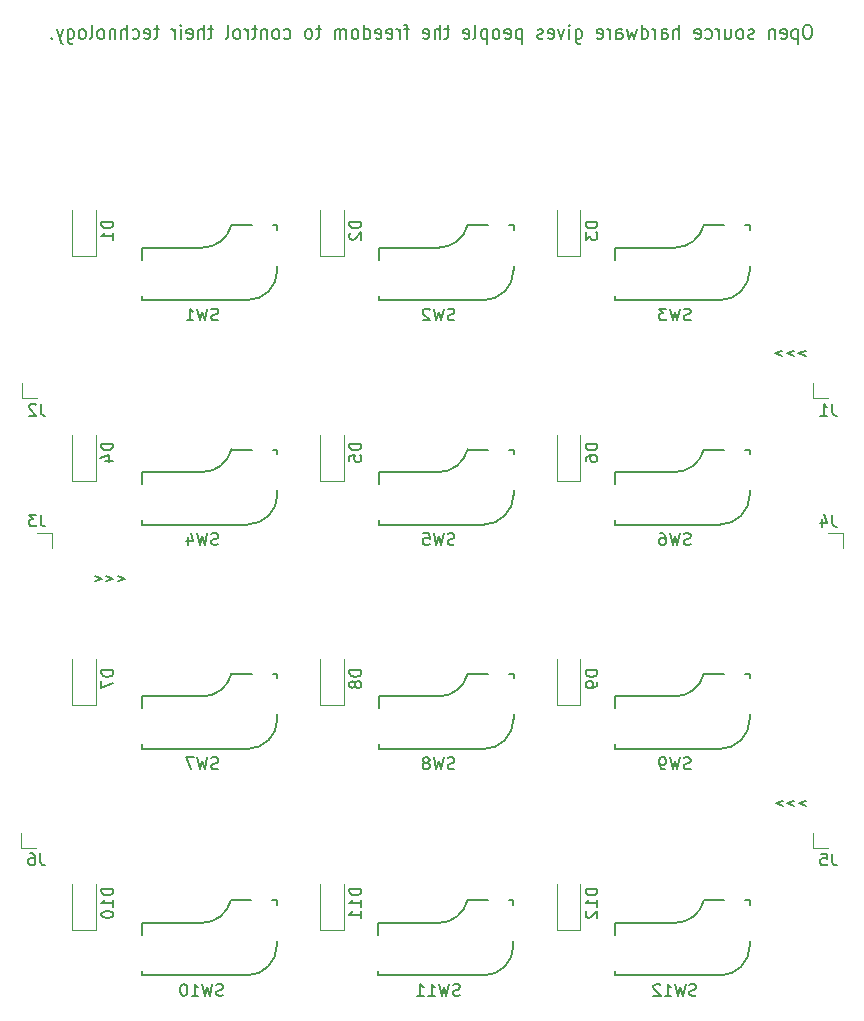
<source format=gbo>
G04 #@! TF.GenerationSoftware,KiCad,Pcbnew,(6.0.7)*
G04 #@! TF.CreationDate,2023-07-18T19:21:52+02:00*
G04 #@! TF.ProjectId,anavi-macro-pad-12,616e6176-692d-46d6-9163-726f2d706164,1.0*
G04 #@! TF.SameCoordinates,Original*
G04 #@! TF.FileFunction,Legend,Bot*
G04 #@! TF.FilePolarity,Positive*
%FSLAX46Y46*%
G04 Gerber Fmt 4.6, Leading zero omitted, Abs format (unit mm)*
G04 Created by KiCad (PCBNEW (6.0.7)) date 2023-07-18 19:21:52*
%MOMM*%
%LPD*%
G01*
G04 APERTURE LIST*
%ADD10C,0.150000*%
%ADD11C,0.120000*%
G04 APERTURE END LIST*
D10*
X57784914Y-100361771D02*
X58394438Y-100590342D01*
X57784914Y-100818914D01*
X56794438Y-100361771D02*
X57403961Y-100590342D01*
X56794438Y-100818914D01*
X55803961Y-100361771D02*
X56413485Y-100590342D01*
X55803961Y-100818914D01*
X114071485Y-119856228D02*
X113461961Y-119627657D01*
X114071485Y-119399085D01*
X115061961Y-119856228D02*
X114452438Y-119627657D01*
X115061961Y-119399085D01*
X116052438Y-119856228D02*
X115442914Y-119627657D01*
X116052438Y-119399085D01*
X114020685Y-81756228D02*
X113411161Y-81527657D01*
X114020685Y-81299085D01*
X115011161Y-81756228D02*
X114401638Y-81527657D01*
X115011161Y-81299085D01*
X116001638Y-81756228D02*
X115392114Y-81527657D01*
X116001638Y-81299085D01*
X116280380Y-53698857D02*
X116070857Y-53698857D01*
X115966095Y-53756000D01*
X115861333Y-53870285D01*
X115808952Y-54098857D01*
X115808952Y-54498857D01*
X115861333Y-54727428D01*
X115966095Y-54841714D01*
X116070857Y-54898857D01*
X116280380Y-54898857D01*
X116385142Y-54841714D01*
X116489904Y-54727428D01*
X116542285Y-54498857D01*
X116542285Y-54098857D01*
X116489904Y-53870285D01*
X116385142Y-53756000D01*
X116280380Y-53698857D01*
X115337523Y-54098857D02*
X115337523Y-55298857D01*
X115337523Y-54156000D02*
X115232761Y-54098857D01*
X115023238Y-54098857D01*
X114918476Y-54156000D01*
X114866095Y-54213142D01*
X114813714Y-54327428D01*
X114813714Y-54670285D01*
X114866095Y-54784571D01*
X114918476Y-54841714D01*
X115023238Y-54898857D01*
X115232761Y-54898857D01*
X115337523Y-54841714D01*
X113923238Y-54841714D02*
X114027999Y-54898857D01*
X114237523Y-54898857D01*
X114342285Y-54841714D01*
X114394666Y-54727428D01*
X114394666Y-54270285D01*
X114342285Y-54156000D01*
X114237523Y-54098857D01*
X114027999Y-54098857D01*
X113923238Y-54156000D01*
X113870857Y-54270285D01*
X113870857Y-54384571D01*
X114394666Y-54498857D01*
X113399428Y-54098857D02*
X113399428Y-54898857D01*
X113399428Y-54213142D02*
X113347047Y-54156000D01*
X113242285Y-54098857D01*
X113085142Y-54098857D01*
X112980380Y-54156000D01*
X112927999Y-54270285D01*
X112927999Y-54898857D01*
X111618476Y-54841714D02*
X111513714Y-54898857D01*
X111304190Y-54898857D01*
X111199428Y-54841714D01*
X111147047Y-54727428D01*
X111147047Y-54670285D01*
X111199428Y-54556000D01*
X111304190Y-54498857D01*
X111461333Y-54498857D01*
X111566095Y-54441714D01*
X111618476Y-54327428D01*
X111618476Y-54270285D01*
X111566095Y-54156000D01*
X111461333Y-54098857D01*
X111304190Y-54098857D01*
X111199428Y-54156000D01*
X110518476Y-54898857D02*
X110623238Y-54841714D01*
X110675619Y-54784571D01*
X110727999Y-54670285D01*
X110727999Y-54327428D01*
X110675619Y-54213142D01*
X110623238Y-54156000D01*
X110518476Y-54098857D01*
X110361333Y-54098857D01*
X110256571Y-54156000D01*
X110204190Y-54213142D01*
X110151809Y-54327428D01*
X110151809Y-54670285D01*
X110204190Y-54784571D01*
X110256571Y-54841714D01*
X110361333Y-54898857D01*
X110518476Y-54898857D01*
X109208952Y-54098857D02*
X109208952Y-54898857D01*
X109680380Y-54098857D02*
X109680380Y-54727428D01*
X109627999Y-54841714D01*
X109523238Y-54898857D01*
X109366095Y-54898857D01*
X109261333Y-54841714D01*
X109208952Y-54784571D01*
X108685142Y-54898857D02*
X108685142Y-54098857D01*
X108685142Y-54327428D02*
X108632761Y-54213142D01*
X108580380Y-54156000D01*
X108475619Y-54098857D01*
X108370857Y-54098857D01*
X107532761Y-54841714D02*
X107637523Y-54898857D01*
X107847047Y-54898857D01*
X107951809Y-54841714D01*
X108004190Y-54784571D01*
X108056571Y-54670285D01*
X108056571Y-54327428D01*
X108004190Y-54213142D01*
X107951809Y-54156000D01*
X107847047Y-54098857D01*
X107637523Y-54098857D01*
X107532761Y-54156000D01*
X106642285Y-54841714D02*
X106747047Y-54898857D01*
X106956571Y-54898857D01*
X107061333Y-54841714D01*
X107113714Y-54727428D01*
X107113714Y-54270285D01*
X107061333Y-54156000D01*
X106956571Y-54098857D01*
X106747047Y-54098857D01*
X106642285Y-54156000D01*
X106589904Y-54270285D01*
X106589904Y-54384571D01*
X107113714Y-54498857D01*
X105280380Y-54898857D02*
X105280380Y-53698857D01*
X104808952Y-54898857D02*
X104808952Y-54270285D01*
X104861333Y-54156000D01*
X104966095Y-54098857D01*
X105123238Y-54098857D01*
X105227999Y-54156000D01*
X105280380Y-54213142D01*
X103813714Y-54898857D02*
X103813714Y-54270285D01*
X103866095Y-54156000D01*
X103970857Y-54098857D01*
X104180380Y-54098857D01*
X104285142Y-54156000D01*
X103813714Y-54841714D02*
X103918476Y-54898857D01*
X104180380Y-54898857D01*
X104285142Y-54841714D01*
X104337523Y-54727428D01*
X104337523Y-54613142D01*
X104285142Y-54498857D01*
X104180380Y-54441714D01*
X103918476Y-54441714D01*
X103813714Y-54384571D01*
X103289904Y-54898857D02*
X103289904Y-54098857D01*
X103289904Y-54327428D02*
X103237523Y-54213142D01*
X103185142Y-54156000D01*
X103080380Y-54098857D01*
X102975619Y-54098857D01*
X102137523Y-54898857D02*
X102137523Y-53698857D01*
X102137523Y-54841714D02*
X102242285Y-54898857D01*
X102451809Y-54898857D01*
X102556571Y-54841714D01*
X102608952Y-54784571D01*
X102661333Y-54670285D01*
X102661333Y-54327428D01*
X102608952Y-54213142D01*
X102556571Y-54156000D01*
X102451809Y-54098857D01*
X102242285Y-54098857D01*
X102137523Y-54156000D01*
X101718476Y-54098857D02*
X101508952Y-54898857D01*
X101299428Y-54327428D01*
X101089904Y-54898857D01*
X100880380Y-54098857D01*
X99989904Y-54898857D02*
X99989904Y-54270285D01*
X100042285Y-54156000D01*
X100147047Y-54098857D01*
X100356571Y-54098857D01*
X100461333Y-54156000D01*
X99989904Y-54841714D02*
X100094666Y-54898857D01*
X100356571Y-54898857D01*
X100461333Y-54841714D01*
X100513714Y-54727428D01*
X100513714Y-54613142D01*
X100461333Y-54498857D01*
X100356571Y-54441714D01*
X100094666Y-54441714D01*
X99989904Y-54384571D01*
X99466095Y-54898857D02*
X99466095Y-54098857D01*
X99466095Y-54327428D02*
X99413714Y-54213142D01*
X99361333Y-54156000D01*
X99256571Y-54098857D01*
X99151809Y-54098857D01*
X98366095Y-54841714D02*
X98470857Y-54898857D01*
X98680380Y-54898857D01*
X98785142Y-54841714D01*
X98837523Y-54727428D01*
X98837523Y-54270285D01*
X98785142Y-54156000D01*
X98680380Y-54098857D01*
X98470857Y-54098857D01*
X98366095Y-54156000D01*
X98313714Y-54270285D01*
X98313714Y-54384571D01*
X98837523Y-54498857D01*
X96532761Y-54098857D02*
X96532761Y-55070285D01*
X96585142Y-55184571D01*
X96637523Y-55241714D01*
X96742285Y-55298857D01*
X96899428Y-55298857D01*
X97004190Y-55241714D01*
X96532761Y-54841714D02*
X96637523Y-54898857D01*
X96847047Y-54898857D01*
X96951809Y-54841714D01*
X97004190Y-54784571D01*
X97056571Y-54670285D01*
X97056571Y-54327428D01*
X97004190Y-54213142D01*
X96951809Y-54156000D01*
X96847047Y-54098857D01*
X96637523Y-54098857D01*
X96532761Y-54156000D01*
X96008952Y-54898857D02*
X96008952Y-54098857D01*
X96008952Y-53698857D02*
X96061333Y-53756000D01*
X96008952Y-53813142D01*
X95956571Y-53756000D01*
X96008952Y-53698857D01*
X96008952Y-53813142D01*
X95589904Y-54098857D02*
X95327999Y-54898857D01*
X95066095Y-54098857D01*
X94227999Y-54841714D02*
X94332761Y-54898857D01*
X94542285Y-54898857D01*
X94647047Y-54841714D01*
X94699428Y-54727428D01*
X94699428Y-54270285D01*
X94647047Y-54156000D01*
X94542285Y-54098857D01*
X94332761Y-54098857D01*
X94227999Y-54156000D01*
X94175619Y-54270285D01*
X94175619Y-54384571D01*
X94699428Y-54498857D01*
X93756571Y-54841714D02*
X93651809Y-54898857D01*
X93442285Y-54898857D01*
X93337523Y-54841714D01*
X93285142Y-54727428D01*
X93285142Y-54670285D01*
X93337523Y-54556000D01*
X93442285Y-54498857D01*
X93599428Y-54498857D01*
X93704190Y-54441714D01*
X93756571Y-54327428D01*
X93756571Y-54270285D01*
X93704190Y-54156000D01*
X93599428Y-54098857D01*
X93442285Y-54098857D01*
X93337523Y-54156000D01*
X91975619Y-54098857D02*
X91975619Y-55298857D01*
X91975619Y-54156000D02*
X91870857Y-54098857D01*
X91661333Y-54098857D01*
X91556571Y-54156000D01*
X91504190Y-54213142D01*
X91451809Y-54327428D01*
X91451809Y-54670285D01*
X91504190Y-54784571D01*
X91556571Y-54841714D01*
X91661333Y-54898857D01*
X91870857Y-54898857D01*
X91975619Y-54841714D01*
X90561333Y-54841714D02*
X90666095Y-54898857D01*
X90875619Y-54898857D01*
X90980380Y-54841714D01*
X91032761Y-54727428D01*
X91032761Y-54270285D01*
X90980380Y-54156000D01*
X90875619Y-54098857D01*
X90666095Y-54098857D01*
X90561333Y-54156000D01*
X90508952Y-54270285D01*
X90508952Y-54384571D01*
X91032761Y-54498857D01*
X89880380Y-54898857D02*
X89985142Y-54841714D01*
X90037523Y-54784571D01*
X90089904Y-54670285D01*
X90089904Y-54327428D01*
X90037523Y-54213142D01*
X89985142Y-54156000D01*
X89880380Y-54098857D01*
X89723238Y-54098857D01*
X89618476Y-54156000D01*
X89566095Y-54213142D01*
X89513714Y-54327428D01*
X89513714Y-54670285D01*
X89566095Y-54784571D01*
X89618476Y-54841714D01*
X89723238Y-54898857D01*
X89880380Y-54898857D01*
X89042285Y-54098857D02*
X89042285Y-55298857D01*
X89042285Y-54156000D02*
X88937523Y-54098857D01*
X88727999Y-54098857D01*
X88623238Y-54156000D01*
X88570857Y-54213142D01*
X88518476Y-54327428D01*
X88518476Y-54670285D01*
X88570857Y-54784571D01*
X88623238Y-54841714D01*
X88727999Y-54898857D01*
X88937523Y-54898857D01*
X89042285Y-54841714D01*
X87889904Y-54898857D02*
X87994666Y-54841714D01*
X88047047Y-54727428D01*
X88047047Y-53698857D01*
X87051809Y-54841714D02*
X87156571Y-54898857D01*
X87366095Y-54898857D01*
X87470857Y-54841714D01*
X87523238Y-54727428D01*
X87523238Y-54270285D01*
X87470857Y-54156000D01*
X87366095Y-54098857D01*
X87156571Y-54098857D01*
X87051809Y-54156000D01*
X86999428Y-54270285D01*
X86999428Y-54384571D01*
X87523238Y-54498857D01*
X85847047Y-54098857D02*
X85427999Y-54098857D01*
X85689904Y-53698857D02*
X85689904Y-54727428D01*
X85637523Y-54841714D01*
X85532761Y-54898857D01*
X85427999Y-54898857D01*
X85061333Y-54898857D02*
X85061333Y-53698857D01*
X84589904Y-54898857D02*
X84589904Y-54270285D01*
X84642285Y-54156000D01*
X84747047Y-54098857D01*
X84904190Y-54098857D01*
X85008952Y-54156000D01*
X85061333Y-54213142D01*
X83647047Y-54841714D02*
X83751809Y-54898857D01*
X83961333Y-54898857D01*
X84066095Y-54841714D01*
X84118476Y-54727428D01*
X84118476Y-54270285D01*
X84066095Y-54156000D01*
X83961333Y-54098857D01*
X83751809Y-54098857D01*
X83647047Y-54156000D01*
X83594666Y-54270285D01*
X83594666Y-54384571D01*
X84118476Y-54498857D01*
X82442285Y-54098857D02*
X82023238Y-54098857D01*
X82285142Y-54898857D02*
X82285142Y-53870285D01*
X82232761Y-53756000D01*
X82127999Y-53698857D01*
X82023238Y-53698857D01*
X81656571Y-54898857D02*
X81656571Y-54098857D01*
X81656571Y-54327428D02*
X81604190Y-54213142D01*
X81551809Y-54156000D01*
X81447047Y-54098857D01*
X81342285Y-54098857D01*
X80556571Y-54841714D02*
X80661333Y-54898857D01*
X80870857Y-54898857D01*
X80975619Y-54841714D01*
X81027999Y-54727428D01*
X81027999Y-54270285D01*
X80975619Y-54156000D01*
X80870857Y-54098857D01*
X80661333Y-54098857D01*
X80556571Y-54156000D01*
X80504190Y-54270285D01*
X80504190Y-54384571D01*
X81027999Y-54498857D01*
X79613714Y-54841714D02*
X79718476Y-54898857D01*
X79927999Y-54898857D01*
X80032761Y-54841714D01*
X80085142Y-54727428D01*
X80085142Y-54270285D01*
X80032761Y-54156000D01*
X79927999Y-54098857D01*
X79718476Y-54098857D01*
X79613714Y-54156000D01*
X79561333Y-54270285D01*
X79561333Y-54384571D01*
X80085142Y-54498857D01*
X78618476Y-54898857D02*
X78618476Y-53698857D01*
X78618476Y-54841714D02*
X78723238Y-54898857D01*
X78932761Y-54898857D01*
X79037523Y-54841714D01*
X79089904Y-54784571D01*
X79142285Y-54670285D01*
X79142285Y-54327428D01*
X79089904Y-54213142D01*
X79037523Y-54156000D01*
X78932761Y-54098857D01*
X78723238Y-54098857D01*
X78618476Y-54156000D01*
X77937523Y-54898857D02*
X78042285Y-54841714D01*
X78094666Y-54784571D01*
X78147047Y-54670285D01*
X78147047Y-54327428D01*
X78094666Y-54213142D01*
X78042285Y-54156000D01*
X77937523Y-54098857D01*
X77780380Y-54098857D01*
X77675619Y-54156000D01*
X77623238Y-54213142D01*
X77570857Y-54327428D01*
X77570857Y-54670285D01*
X77623238Y-54784571D01*
X77675619Y-54841714D01*
X77780380Y-54898857D01*
X77937523Y-54898857D01*
X77099428Y-54898857D02*
X77099428Y-54098857D01*
X77099428Y-54213142D02*
X77047047Y-54156000D01*
X76942285Y-54098857D01*
X76785142Y-54098857D01*
X76680380Y-54156000D01*
X76627999Y-54270285D01*
X76627999Y-54898857D01*
X76627999Y-54270285D02*
X76575619Y-54156000D01*
X76470857Y-54098857D01*
X76313714Y-54098857D01*
X76208952Y-54156000D01*
X76156571Y-54270285D01*
X76156571Y-54898857D01*
X74951809Y-54098857D02*
X74532761Y-54098857D01*
X74794666Y-53698857D02*
X74794666Y-54727428D01*
X74742285Y-54841714D01*
X74637523Y-54898857D01*
X74532761Y-54898857D01*
X74008952Y-54898857D02*
X74113714Y-54841714D01*
X74166095Y-54784571D01*
X74218476Y-54670285D01*
X74218476Y-54327428D01*
X74166095Y-54213142D01*
X74113714Y-54156000D01*
X74008952Y-54098857D01*
X73851809Y-54098857D01*
X73747047Y-54156000D01*
X73694666Y-54213142D01*
X73642285Y-54327428D01*
X73642285Y-54670285D01*
X73694666Y-54784571D01*
X73747047Y-54841714D01*
X73851809Y-54898857D01*
X74008952Y-54898857D01*
X71861333Y-54841714D02*
X71966095Y-54898857D01*
X72175619Y-54898857D01*
X72280380Y-54841714D01*
X72332761Y-54784571D01*
X72385142Y-54670285D01*
X72385142Y-54327428D01*
X72332761Y-54213142D01*
X72280380Y-54156000D01*
X72175619Y-54098857D01*
X71966095Y-54098857D01*
X71861333Y-54156000D01*
X71232761Y-54898857D02*
X71337523Y-54841714D01*
X71389904Y-54784571D01*
X71442285Y-54670285D01*
X71442285Y-54327428D01*
X71389904Y-54213142D01*
X71337523Y-54156000D01*
X71232761Y-54098857D01*
X71075619Y-54098857D01*
X70970857Y-54156000D01*
X70918476Y-54213142D01*
X70866095Y-54327428D01*
X70866095Y-54670285D01*
X70918476Y-54784571D01*
X70970857Y-54841714D01*
X71075619Y-54898857D01*
X71232761Y-54898857D01*
X70394666Y-54098857D02*
X70394666Y-54898857D01*
X70394666Y-54213142D02*
X70342285Y-54156000D01*
X70237523Y-54098857D01*
X70080380Y-54098857D01*
X69975619Y-54156000D01*
X69923238Y-54270285D01*
X69923238Y-54898857D01*
X69556571Y-54098857D02*
X69137523Y-54098857D01*
X69399428Y-53698857D02*
X69399428Y-54727428D01*
X69347047Y-54841714D01*
X69242285Y-54898857D01*
X69137523Y-54898857D01*
X68770857Y-54898857D02*
X68770857Y-54098857D01*
X68770857Y-54327428D02*
X68718476Y-54213142D01*
X68666095Y-54156000D01*
X68561333Y-54098857D01*
X68456571Y-54098857D01*
X67932761Y-54898857D02*
X68037523Y-54841714D01*
X68089904Y-54784571D01*
X68142285Y-54670285D01*
X68142285Y-54327428D01*
X68089904Y-54213142D01*
X68037523Y-54156000D01*
X67932761Y-54098857D01*
X67775619Y-54098857D01*
X67670857Y-54156000D01*
X67618476Y-54213142D01*
X67566095Y-54327428D01*
X67566095Y-54670285D01*
X67618476Y-54784571D01*
X67670857Y-54841714D01*
X67775619Y-54898857D01*
X67932761Y-54898857D01*
X66937523Y-54898857D02*
X67042285Y-54841714D01*
X67094666Y-54727428D01*
X67094666Y-53698857D01*
X65837523Y-54098857D02*
X65418476Y-54098857D01*
X65680380Y-53698857D02*
X65680380Y-54727428D01*
X65627999Y-54841714D01*
X65523238Y-54898857D01*
X65418476Y-54898857D01*
X65051809Y-54898857D02*
X65051809Y-53698857D01*
X64580380Y-54898857D02*
X64580380Y-54270285D01*
X64632761Y-54156000D01*
X64737523Y-54098857D01*
X64894666Y-54098857D01*
X64999428Y-54156000D01*
X65051809Y-54213142D01*
X63637523Y-54841714D02*
X63742285Y-54898857D01*
X63951809Y-54898857D01*
X64056571Y-54841714D01*
X64108952Y-54727428D01*
X64108952Y-54270285D01*
X64056571Y-54156000D01*
X63951809Y-54098857D01*
X63742285Y-54098857D01*
X63637523Y-54156000D01*
X63585142Y-54270285D01*
X63585142Y-54384571D01*
X64108952Y-54498857D01*
X63113714Y-54898857D02*
X63113714Y-54098857D01*
X63113714Y-53698857D02*
X63166095Y-53756000D01*
X63113714Y-53813142D01*
X63061333Y-53756000D01*
X63113714Y-53698857D01*
X63113714Y-53813142D01*
X62589904Y-54898857D02*
X62589904Y-54098857D01*
X62589904Y-54327428D02*
X62537523Y-54213142D01*
X62485142Y-54156000D01*
X62380380Y-54098857D01*
X62275619Y-54098857D01*
X61227999Y-54098857D02*
X60808952Y-54098857D01*
X61070857Y-53698857D02*
X61070857Y-54727428D01*
X61018476Y-54841714D01*
X60913714Y-54898857D01*
X60808952Y-54898857D01*
X60023238Y-54841714D02*
X60127999Y-54898857D01*
X60337523Y-54898857D01*
X60442285Y-54841714D01*
X60494666Y-54727428D01*
X60494666Y-54270285D01*
X60442285Y-54156000D01*
X60337523Y-54098857D01*
X60127999Y-54098857D01*
X60023238Y-54156000D01*
X59970857Y-54270285D01*
X59970857Y-54384571D01*
X60494666Y-54498857D01*
X59027999Y-54841714D02*
X59132761Y-54898857D01*
X59342285Y-54898857D01*
X59447047Y-54841714D01*
X59499428Y-54784571D01*
X59551809Y-54670285D01*
X59551809Y-54327428D01*
X59499428Y-54213142D01*
X59447047Y-54156000D01*
X59342285Y-54098857D01*
X59132761Y-54098857D01*
X59027999Y-54156000D01*
X58556571Y-54898857D02*
X58556571Y-53698857D01*
X58085142Y-54898857D02*
X58085142Y-54270285D01*
X58137523Y-54156000D01*
X58242285Y-54098857D01*
X58399428Y-54098857D01*
X58504190Y-54156000D01*
X58556571Y-54213142D01*
X57561333Y-54098857D02*
X57561333Y-54898857D01*
X57561333Y-54213142D02*
X57508952Y-54156000D01*
X57404190Y-54098857D01*
X57247047Y-54098857D01*
X57142285Y-54156000D01*
X57089904Y-54270285D01*
X57089904Y-54898857D01*
X56408952Y-54898857D02*
X56513714Y-54841714D01*
X56566095Y-54784571D01*
X56618476Y-54670285D01*
X56618476Y-54327428D01*
X56566095Y-54213142D01*
X56513714Y-54156000D01*
X56408952Y-54098857D01*
X56251809Y-54098857D01*
X56147047Y-54156000D01*
X56094666Y-54213142D01*
X56042285Y-54327428D01*
X56042285Y-54670285D01*
X56094666Y-54784571D01*
X56147047Y-54841714D01*
X56251809Y-54898857D01*
X56408952Y-54898857D01*
X55413714Y-54898857D02*
X55518476Y-54841714D01*
X55570857Y-54727428D01*
X55570857Y-53698857D01*
X54837523Y-54898857D02*
X54942285Y-54841714D01*
X54994666Y-54784571D01*
X55047047Y-54670285D01*
X55047047Y-54327428D01*
X54994666Y-54213142D01*
X54942285Y-54156000D01*
X54837523Y-54098857D01*
X54680380Y-54098857D01*
X54575619Y-54156000D01*
X54523238Y-54213142D01*
X54470857Y-54327428D01*
X54470857Y-54670285D01*
X54523238Y-54784571D01*
X54575619Y-54841714D01*
X54680380Y-54898857D01*
X54837523Y-54898857D01*
X53527999Y-54098857D02*
X53527999Y-55070285D01*
X53580380Y-55184571D01*
X53632761Y-55241714D01*
X53737523Y-55298857D01*
X53894666Y-55298857D01*
X53999428Y-55241714D01*
X53527999Y-54841714D02*
X53632761Y-54898857D01*
X53842285Y-54898857D01*
X53947047Y-54841714D01*
X53999428Y-54784571D01*
X54051809Y-54670285D01*
X54051809Y-54327428D01*
X53999428Y-54213142D01*
X53947047Y-54156000D01*
X53842285Y-54098857D01*
X53632761Y-54098857D01*
X53527999Y-54156000D01*
X53108952Y-54098857D02*
X52847047Y-54898857D01*
X52585142Y-54098857D02*
X52847047Y-54898857D01*
X52951809Y-55184571D01*
X53004190Y-55241714D01*
X53108952Y-55298857D01*
X52166095Y-54784571D02*
X52113714Y-54841714D01*
X52166095Y-54898857D01*
X52218476Y-54841714D01*
X52166095Y-54784571D01*
X52166095Y-54898857D01*
X66266599Y-78692627D02*
X66123742Y-78740246D01*
X65885646Y-78740246D01*
X65790408Y-78692627D01*
X65742789Y-78645008D01*
X65695170Y-78549770D01*
X65695170Y-78454532D01*
X65742789Y-78359294D01*
X65790408Y-78311675D01*
X65885646Y-78264056D01*
X66076123Y-78216437D01*
X66171361Y-78168818D01*
X66218980Y-78121199D01*
X66266599Y-78025961D01*
X66266599Y-77930723D01*
X66218980Y-77835485D01*
X66171361Y-77787866D01*
X66076123Y-77740246D01*
X65838027Y-77740246D01*
X65695170Y-77787866D01*
X65361837Y-77740246D02*
X65123742Y-78740246D01*
X64933266Y-78025961D01*
X64742789Y-78740246D01*
X64504694Y-77740246D01*
X63599932Y-78740246D02*
X64171361Y-78740246D01*
X63885646Y-78740246D02*
X63885646Y-77740246D01*
X63980885Y-77883104D01*
X64076123Y-77978342D01*
X64171361Y-78025961D01*
X86266599Y-78692627D02*
X86123742Y-78740246D01*
X85885646Y-78740246D01*
X85790408Y-78692627D01*
X85742789Y-78645008D01*
X85695170Y-78549770D01*
X85695170Y-78454532D01*
X85742789Y-78359294D01*
X85790408Y-78311675D01*
X85885646Y-78264056D01*
X86076123Y-78216437D01*
X86171361Y-78168818D01*
X86218980Y-78121199D01*
X86266599Y-78025961D01*
X86266599Y-77930723D01*
X86218980Y-77835485D01*
X86171361Y-77787866D01*
X86076123Y-77740246D01*
X85838027Y-77740246D01*
X85695170Y-77787866D01*
X85361837Y-77740246D02*
X85123742Y-78740246D01*
X84933266Y-78025961D01*
X84742789Y-78740246D01*
X84504694Y-77740246D01*
X84171361Y-77835485D02*
X84123742Y-77787866D01*
X84028504Y-77740246D01*
X83790408Y-77740246D01*
X83695170Y-77787866D01*
X83647551Y-77835485D01*
X83599932Y-77930723D01*
X83599932Y-78025961D01*
X83647551Y-78168818D01*
X84218980Y-78740246D01*
X83599932Y-78740246D01*
X106266599Y-78692627D02*
X106123742Y-78740246D01*
X105885646Y-78740246D01*
X105790408Y-78692627D01*
X105742789Y-78645008D01*
X105695170Y-78549770D01*
X105695170Y-78454532D01*
X105742789Y-78359294D01*
X105790408Y-78311675D01*
X105885646Y-78264056D01*
X106076123Y-78216437D01*
X106171361Y-78168818D01*
X106218980Y-78121199D01*
X106266599Y-78025961D01*
X106266599Y-77930723D01*
X106218980Y-77835485D01*
X106171361Y-77787866D01*
X106076123Y-77740246D01*
X105838027Y-77740246D01*
X105695170Y-77787866D01*
X105361837Y-77740246D02*
X105123742Y-78740246D01*
X104933266Y-78025961D01*
X104742789Y-78740246D01*
X104504694Y-77740246D01*
X104218980Y-77740246D02*
X103599932Y-77740246D01*
X103933266Y-78121199D01*
X103790408Y-78121199D01*
X103695170Y-78168818D01*
X103647551Y-78216437D01*
X103599932Y-78311675D01*
X103599932Y-78549770D01*
X103647551Y-78645008D01*
X103695170Y-78692627D01*
X103790408Y-78740246D01*
X104076123Y-78740246D01*
X104171361Y-78692627D01*
X104218980Y-78645008D01*
X66266599Y-97692627D02*
X66123742Y-97740246D01*
X65885646Y-97740246D01*
X65790408Y-97692627D01*
X65742789Y-97645008D01*
X65695170Y-97549770D01*
X65695170Y-97454532D01*
X65742789Y-97359294D01*
X65790408Y-97311675D01*
X65885646Y-97264056D01*
X66076123Y-97216437D01*
X66171361Y-97168818D01*
X66218980Y-97121199D01*
X66266599Y-97025961D01*
X66266599Y-96930723D01*
X66218980Y-96835485D01*
X66171361Y-96787866D01*
X66076123Y-96740246D01*
X65838027Y-96740246D01*
X65695170Y-96787866D01*
X65361837Y-96740246D02*
X65123742Y-97740246D01*
X64933266Y-97025961D01*
X64742789Y-97740246D01*
X64504694Y-96740246D01*
X63695170Y-97073580D02*
X63695170Y-97740246D01*
X63933266Y-96692627D02*
X64171361Y-97406913D01*
X63552313Y-97406913D01*
X86266599Y-97692627D02*
X86123742Y-97740246D01*
X85885646Y-97740246D01*
X85790408Y-97692627D01*
X85742789Y-97645008D01*
X85695170Y-97549770D01*
X85695170Y-97454532D01*
X85742789Y-97359294D01*
X85790408Y-97311675D01*
X85885646Y-97264056D01*
X86076123Y-97216437D01*
X86171361Y-97168818D01*
X86218980Y-97121199D01*
X86266599Y-97025961D01*
X86266599Y-96930723D01*
X86218980Y-96835485D01*
X86171361Y-96787866D01*
X86076123Y-96740246D01*
X85838027Y-96740246D01*
X85695170Y-96787866D01*
X85361837Y-96740246D02*
X85123742Y-97740246D01*
X84933266Y-97025961D01*
X84742789Y-97740246D01*
X84504694Y-96740246D01*
X83647551Y-96740246D02*
X84123742Y-96740246D01*
X84171361Y-97216437D01*
X84123742Y-97168818D01*
X84028504Y-97121199D01*
X83790408Y-97121199D01*
X83695170Y-97168818D01*
X83647551Y-97216437D01*
X83599932Y-97311675D01*
X83599932Y-97549770D01*
X83647551Y-97645008D01*
X83695170Y-97692627D01*
X83790408Y-97740246D01*
X84028504Y-97740246D01*
X84123742Y-97692627D01*
X84171361Y-97645008D01*
X106266599Y-97692627D02*
X106123742Y-97740246D01*
X105885646Y-97740246D01*
X105790408Y-97692627D01*
X105742789Y-97645008D01*
X105695170Y-97549770D01*
X105695170Y-97454532D01*
X105742789Y-97359294D01*
X105790408Y-97311675D01*
X105885646Y-97264056D01*
X106076123Y-97216437D01*
X106171361Y-97168818D01*
X106218980Y-97121199D01*
X106266599Y-97025961D01*
X106266599Y-96930723D01*
X106218980Y-96835485D01*
X106171361Y-96787866D01*
X106076123Y-96740246D01*
X105838027Y-96740246D01*
X105695170Y-96787866D01*
X105361837Y-96740246D02*
X105123742Y-97740246D01*
X104933266Y-97025961D01*
X104742789Y-97740246D01*
X104504694Y-96740246D01*
X103695170Y-96740246D02*
X103885646Y-96740246D01*
X103980885Y-96787866D01*
X104028504Y-96835485D01*
X104123742Y-96978342D01*
X104171361Y-97168818D01*
X104171361Y-97549770D01*
X104123742Y-97645008D01*
X104076123Y-97692627D01*
X103980885Y-97740246D01*
X103790408Y-97740246D01*
X103695170Y-97692627D01*
X103647551Y-97645008D01*
X103599932Y-97549770D01*
X103599932Y-97311675D01*
X103647551Y-97216437D01*
X103695170Y-97168818D01*
X103790408Y-97121199D01*
X103980885Y-97121199D01*
X104076123Y-97168818D01*
X104123742Y-97216437D01*
X104171361Y-97311675D01*
X66266599Y-116692627D02*
X66123742Y-116740246D01*
X65885646Y-116740246D01*
X65790408Y-116692627D01*
X65742789Y-116645008D01*
X65695170Y-116549770D01*
X65695170Y-116454532D01*
X65742789Y-116359294D01*
X65790408Y-116311675D01*
X65885646Y-116264056D01*
X66076123Y-116216437D01*
X66171361Y-116168818D01*
X66218980Y-116121199D01*
X66266599Y-116025961D01*
X66266599Y-115930723D01*
X66218980Y-115835485D01*
X66171361Y-115787866D01*
X66076123Y-115740246D01*
X65838027Y-115740246D01*
X65695170Y-115787866D01*
X65361837Y-115740246D02*
X65123742Y-116740246D01*
X64933266Y-116025961D01*
X64742789Y-116740246D01*
X64504694Y-115740246D01*
X64218980Y-115740246D02*
X63552313Y-115740246D01*
X63980885Y-116740246D01*
X86266599Y-116692627D02*
X86123742Y-116740246D01*
X85885646Y-116740246D01*
X85790408Y-116692627D01*
X85742789Y-116645008D01*
X85695170Y-116549770D01*
X85695170Y-116454532D01*
X85742789Y-116359294D01*
X85790408Y-116311675D01*
X85885646Y-116264056D01*
X86076123Y-116216437D01*
X86171361Y-116168818D01*
X86218980Y-116121199D01*
X86266599Y-116025961D01*
X86266599Y-115930723D01*
X86218980Y-115835485D01*
X86171361Y-115787866D01*
X86076123Y-115740246D01*
X85838027Y-115740246D01*
X85695170Y-115787866D01*
X85361837Y-115740246D02*
X85123742Y-116740246D01*
X84933266Y-116025961D01*
X84742789Y-116740246D01*
X84504694Y-115740246D01*
X83980885Y-116168818D02*
X84076123Y-116121199D01*
X84123742Y-116073580D01*
X84171361Y-115978342D01*
X84171361Y-115930723D01*
X84123742Y-115835485D01*
X84076123Y-115787866D01*
X83980885Y-115740246D01*
X83790408Y-115740246D01*
X83695170Y-115787866D01*
X83647551Y-115835485D01*
X83599932Y-115930723D01*
X83599932Y-115978342D01*
X83647551Y-116073580D01*
X83695170Y-116121199D01*
X83790408Y-116168818D01*
X83980885Y-116168818D01*
X84076123Y-116216437D01*
X84123742Y-116264056D01*
X84171361Y-116359294D01*
X84171361Y-116549770D01*
X84123742Y-116645008D01*
X84076123Y-116692627D01*
X83980885Y-116740246D01*
X83790408Y-116740246D01*
X83695170Y-116692627D01*
X83647551Y-116645008D01*
X83599932Y-116549770D01*
X83599932Y-116359294D01*
X83647551Y-116264056D01*
X83695170Y-116216437D01*
X83790408Y-116168818D01*
X106266599Y-116692627D02*
X106123742Y-116740246D01*
X105885646Y-116740246D01*
X105790408Y-116692627D01*
X105742789Y-116645008D01*
X105695170Y-116549770D01*
X105695170Y-116454532D01*
X105742789Y-116359294D01*
X105790408Y-116311675D01*
X105885646Y-116264056D01*
X106076123Y-116216437D01*
X106171361Y-116168818D01*
X106218980Y-116121199D01*
X106266599Y-116025961D01*
X106266599Y-115930723D01*
X106218980Y-115835485D01*
X106171361Y-115787866D01*
X106076123Y-115740246D01*
X105838027Y-115740246D01*
X105695170Y-115787866D01*
X105361837Y-115740246D02*
X105123742Y-116740246D01*
X104933266Y-116025961D01*
X104742789Y-116740246D01*
X104504694Y-115740246D01*
X104076123Y-116740246D02*
X103885646Y-116740246D01*
X103790408Y-116692627D01*
X103742789Y-116645008D01*
X103647551Y-116502151D01*
X103599932Y-116311675D01*
X103599932Y-115930723D01*
X103647551Y-115835485D01*
X103695170Y-115787866D01*
X103790408Y-115740246D01*
X103980885Y-115740246D01*
X104076123Y-115787866D01*
X104123742Y-115835485D01*
X104171361Y-115930723D01*
X104171361Y-116168818D01*
X104123742Y-116264056D01*
X104076123Y-116311675D01*
X103980885Y-116359294D01*
X103790408Y-116359294D01*
X103695170Y-116311675D01*
X103647551Y-116264056D01*
X103599932Y-116168818D01*
X66693723Y-135869761D02*
X66550866Y-135917380D01*
X66312771Y-135917380D01*
X66217533Y-135869761D01*
X66169914Y-135822142D01*
X66122295Y-135726904D01*
X66122295Y-135631666D01*
X66169914Y-135536428D01*
X66217533Y-135488809D01*
X66312771Y-135441190D01*
X66503247Y-135393571D01*
X66598485Y-135345952D01*
X66646104Y-135298333D01*
X66693723Y-135203095D01*
X66693723Y-135107857D01*
X66646104Y-135012619D01*
X66598485Y-134965000D01*
X66503247Y-134917380D01*
X66265152Y-134917380D01*
X66122295Y-134965000D01*
X65788961Y-134917380D02*
X65550866Y-135917380D01*
X65360390Y-135203095D01*
X65169914Y-135917380D01*
X64931819Y-134917380D01*
X64027057Y-135917380D02*
X64598485Y-135917380D01*
X64312771Y-135917380D02*
X64312771Y-134917380D01*
X64408009Y-135060238D01*
X64503247Y-135155476D01*
X64598485Y-135203095D01*
X63408009Y-134917380D02*
X63312771Y-134917380D01*
X63217533Y-134965000D01*
X63169914Y-135012619D01*
X63122295Y-135107857D01*
X63074676Y-135298333D01*
X63074676Y-135536428D01*
X63122295Y-135726904D01*
X63169914Y-135822142D01*
X63217533Y-135869761D01*
X63312771Y-135917380D01*
X63408009Y-135917380D01*
X63503247Y-135869761D01*
X63550866Y-135822142D01*
X63598485Y-135726904D01*
X63646104Y-135536428D01*
X63646104Y-135298333D01*
X63598485Y-135107857D01*
X63550866Y-135012619D01*
X63503247Y-134965000D01*
X63408009Y-134917380D01*
X86734323Y-135869761D02*
X86591466Y-135917380D01*
X86353371Y-135917380D01*
X86258133Y-135869761D01*
X86210514Y-135822142D01*
X86162895Y-135726904D01*
X86162895Y-135631666D01*
X86210514Y-135536428D01*
X86258133Y-135488809D01*
X86353371Y-135441190D01*
X86543847Y-135393571D01*
X86639085Y-135345952D01*
X86686704Y-135298333D01*
X86734323Y-135203095D01*
X86734323Y-135107857D01*
X86686704Y-135012619D01*
X86639085Y-134965000D01*
X86543847Y-134917380D01*
X86305752Y-134917380D01*
X86162895Y-134965000D01*
X85829561Y-134917380D02*
X85591466Y-135917380D01*
X85400990Y-135203095D01*
X85210514Y-135917380D01*
X84972419Y-134917380D01*
X84067657Y-135917380D02*
X84639085Y-135917380D01*
X84353371Y-135917380D02*
X84353371Y-134917380D01*
X84448609Y-135060238D01*
X84543847Y-135155476D01*
X84639085Y-135203095D01*
X83115276Y-135917380D02*
X83686704Y-135917380D01*
X83400990Y-135917380D02*
X83400990Y-134917380D01*
X83496228Y-135060238D01*
X83591466Y-135155476D01*
X83686704Y-135203095D01*
X106749523Y-135869761D02*
X106606666Y-135917380D01*
X106368571Y-135917380D01*
X106273333Y-135869761D01*
X106225714Y-135822142D01*
X106178095Y-135726904D01*
X106178095Y-135631666D01*
X106225714Y-135536428D01*
X106273333Y-135488809D01*
X106368571Y-135441190D01*
X106559047Y-135393571D01*
X106654285Y-135345952D01*
X106701904Y-135298333D01*
X106749523Y-135203095D01*
X106749523Y-135107857D01*
X106701904Y-135012619D01*
X106654285Y-134965000D01*
X106559047Y-134917380D01*
X106320952Y-134917380D01*
X106178095Y-134965000D01*
X105844761Y-134917380D02*
X105606666Y-135917380D01*
X105416190Y-135203095D01*
X105225714Y-135917380D01*
X104987619Y-134917380D01*
X104082857Y-135917380D02*
X104654285Y-135917380D01*
X104368571Y-135917380D02*
X104368571Y-134917380D01*
X104463809Y-135060238D01*
X104559047Y-135155476D01*
X104654285Y-135203095D01*
X103701904Y-135012619D02*
X103654285Y-134965000D01*
X103559047Y-134917380D01*
X103320952Y-134917380D01*
X103225714Y-134965000D01*
X103178095Y-135012619D01*
X103130476Y-135107857D01*
X103130476Y-135203095D01*
X103178095Y-135345952D01*
X103749523Y-135917380D01*
X103130476Y-135917380D01*
X78388780Y-70381904D02*
X77388780Y-70381904D01*
X77388780Y-70620000D01*
X77436400Y-70762857D01*
X77531638Y-70858095D01*
X77626876Y-70905714D01*
X77817352Y-70953333D01*
X77960209Y-70953333D01*
X78150685Y-70905714D01*
X78245923Y-70858095D01*
X78341161Y-70762857D01*
X78388780Y-70620000D01*
X78388780Y-70381904D01*
X77484019Y-71334285D02*
X77436400Y-71381904D01*
X77388780Y-71477142D01*
X77388780Y-71715238D01*
X77436400Y-71810476D01*
X77484019Y-71858095D01*
X77579257Y-71905714D01*
X77674495Y-71905714D01*
X77817352Y-71858095D01*
X78388780Y-71286666D01*
X78388780Y-71905714D01*
X98388780Y-70381904D02*
X97388780Y-70381904D01*
X97388780Y-70620000D01*
X97436400Y-70762857D01*
X97531638Y-70858095D01*
X97626876Y-70905714D01*
X97817352Y-70953333D01*
X97960209Y-70953333D01*
X98150685Y-70905714D01*
X98245923Y-70858095D01*
X98341161Y-70762857D01*
X98388780Y-70620000D01*
X98388780Y-70381904D01*
X97388780Y-71286666D02*
X97388780Y-71905714D01*
X97769733Y-71572380D01*
X97769733Y-71715238D01*
X97817352Y-71810476D01*
X97864971Y-71858095D01*
X97960209Y-71905714D01*
X98198304Y-71905714D01*
X98293542Y-71858095D01*
X98341161Y-71810476D01*
X98388780Y-71715238D01*
X98388780Y-71429523D01*
X98341161Y-71334285D01*
X98293542Y-71286666D01*
X57348380Y-89177904D02*
X56348380Y-89177904D01*
X56348380Y-89416000D01*
X56396000Y-89558857D01*
X56491238Y-89654095D01*
X56586476Y-89701714D01*
X56776952Y-89749333D01*
X56919809Y-89749333D01*
X57110285Y-89701714D01*
X57205523Y-89654095D01*
X57300761Y-89558857D01*
X57348380Y-89416000D01*
X57348380Y-89177904D01*
X56681714Y-90606476D02*
X57348380Y-90606476D01*
X56300761Y-90368380D02*
X57015047Y-90130285D01*
X57015047Y-90749333D01*
X78388780Y-89177904D02*
X77388780Y-89177904D01*
X77388780Y-89416000D01*
X77436400Y-89558857D01*
X77531638Y-89654095D01*
X77626876Y-89701714D01*
X77817352Y-89749333D01*
X77960209Y-89749333D01*
X78150685Y-89701714D01*
X78245923Y-89654095D01*
X78341161Y-89558857D01*
X78388780Y-89416000D01*
X78388780Y-89177904D01*
X77388780Y-90654095D02*
X77388780Y-90177904D01*
X77864971Y-90130285D01*
X77817352Y-90177904D01*
X77769733Y-90273142D01*
X77769733Y-90511238D01*
X77817352Y-90606476D01*
X77864971Y-90654095D01*
X77960209Y-90701714D01*
X78198304Y-90701714D01*
X78293542Y-90654095D01*
X78341161Y-90606476D01*
X78388780Y-90511238D01*
X78388780Y-90273142D01*
X78341161Y-90177904D01*
X78293542Y-90130285D01*
X98388780Y-89177904D02*
X97388780Y-89177904D01*
X97388780Y-89416000D01*
X97436400Y-89558857D01*
X97531638Y-89654095D01*
X97626876Y-89701714D01*
X97817352Y-89749333D01*
X97960209Y-89749333D01*
X98150685Y-89701714D01*
X98245923Y-89654095D01*
X98341161Y-89558857D01*
X98388780Y-89416000D01*
X98388780Y-89177904D01*
X97388780Y-90606476D02*
X97388780Y-90416000D01*
X97436400Y-90320761D01*
X97484019Y-90273142D01*
X97626876Y-90177904D01*
X97817352Y-90130285D01*
X98198304Y-90130285D01*
X98293542Y-90177904D01*
X98341161Y-90225523D01*
X98388780Y-90320761D01*
X98388780Y-90511238D01*
X98341161Y-90606476D01*
X98293542Y-90654095D01*
X98198304Y-90701714D01*
X97960209Y-90701714D01*
X97864971Y-90654095D01*
X97817352Y-90606476D01*
X97769733Y-90511238D01*
X97769733Y-90320761D01*
X97817352Y-90225523D01*
X97864971Y-90177904D01*
X97960209Y-90130285D01*
X57388780Y-108325783D02*
X56388780Y-108325783D01*
X56388780Y-108563879D01*
X56436400Y-108706736D01*
X56531638Y-108801974D01*
X56626876Y-108849593D01*
X56817352Y-108897212D01*
X56960209Y-108897212D01*
X57150685Y-108849593D01*
X57245923Y-108801974D01*
X57341161Y-108706736D01*
X57388780Y-108563879D01*
X57388780Y-108325783D01*
X56388780Y-109230545D02*
X56388780Y-109897212D01*
X57388780Y-109468640D01*
X78388780Y-108325783D02*
X77388780Y-108325783D01*
X77388780Y-108563879D01*
X77436400Y-108706736D01*
X77531638Y-108801974D01*
X77626876Y-108849593D01*
X77817352Y-108897212D01*
X77960209Y-108897212D01*
X78150685Y-108849593D01*
X78245923Y-108801974D01*
X78341161Y-108706736D01*
X78388780Y-108563879D01*
X78388780Y-108325783D01*
X77817352Y-109468640D02*
X77769733Y-109373402D01*
X77722114Y-109325783D01*
X77626876Y-109278164D01*
X77579257Y-109278164D01*
X77484019Y-109325783D01*
X77436400Y-109373402D01*
X77388780Y-109468640D01*
X77388780Y-109659117D01*
X77436400Y-109754355D01*
X77484019Y-109801974D01*
X77579257Y-109849593D01*
X77626876Y-109849593D01*
X77722114Y-109801974D01*
X77769733Y-109754355D01*
X77817352Y-109659117D01*
X77817352Y-109468640D01*
X77864971Y-109373402D01*
X77912590Y-109325783D01*
X78007828Y-109278164D01*
X78198304Y-109278164D01*
X78293542Y-109325783D01*
X78341161Y-109373402D01*
X78388780Y-109468640D01*
X78388780Y-109659117D01*
X78341161Y-109754355D01*
X78293542Y-109801974D01*
X78198304Y-109849593D01*
X78007828Y-109849593D01*
X77912590Y-109801974D01*
X77864971Y-109754355D01*
X77817352Y-109659117D01*
X98388780Y-108325783D02*
X97388780Y-108325783D01*
X97388780Y-108563879D01*
X97436400Y-108706736D01*
X97531638Y-108801974D01*
X97626876Y-108849593D01*
X97817352Y-108897212D01*
X97960209Y-108897212D01*
X98150685Y-108849593D01*
X98245923Y-108801974D01*
X98341161Y-108706736D01*
X98388780Y-108563879D01*
X98388780Y-108325783D01*
X98388780Y-109373402D02*
X98388780Y-109563879D01*
X98341161Y-109659117D01*
X98293542Y-109706736D01*
X98150685Y-109801974D01*
X97960209Y-109849593D01*
X97579257Y-109849593D01*
X97484019Y-109801974D01*
X97436400Y-109754355D01*
X97388780Y-109659117D01*
X97388780Y-109468640D01*
X97436400Y-109373402D01*
X97484019Y-109325783D01*
X97579257Y-109278164D01*
X97817352Y-109278164D01*
X97912590Y-109325783D01*
X97960209Y-109373402D01*
X98007828Y-109468640D01*
X98007828Y-109659117D01*
X97960209Y-109754355D01*
X97912590Y-109801974D01*
X97817352Y-109849593D01*
X118266599Y-85795246D02*
X118266599Y-86509532D01*
X118314218Y-86652389D01*
X118409456Y-86747627D01*
X118552313Y-86795246D01*
X118647551Y-86795246D01*
X117266599Y-86795246D02*
X117838027Y-86795246D01*
X117552313Y-86795246D02*
X117552313Y-85795246D01*
X117647551Y-85938104D01*
X117742789Y-86033342D01*
X117838027Y-86080961D01*
X51266599Y-95175246D02*
X51266599Y-95889532D01*
X51314218Y-96032389D01*
X51409456Y-96127627D01*
X51552313Y-96175246D01*
X51647551Y-96175246D01*
X50885646Y-95175246D02*
X50266599Y-95175246D01*
X50599932Y-95556199D01*
X50457075Y-95556199D01*
X50361837Y-95603818D01*
X50314218Y-95651437D01*
X50266599Y-95746675D01*
X50266599Y-95984770D01*
X50314218Y-96080008D01*
X50361837Y-96127627D01*
X50457075Y-96175246D01*
X50742789Y-96175246D01*
X50838027Y-96127627D01*
X50885646Y-96080008D01*
X51266599Y-85795246D02*
X51266599Y-86509532D01*
X51314218Y-86652389D01*
X51409456Y-86747627D01*
X51552313Y-86795246D01*
X51647551Y-86795246D01*
X50838027Y-85890485D02*
X50790408Y-85842866D01*
X50695170Y-85795246D01*
X50457075Y-85795246D01*
X50361837Y-85842866D01*
X50314218Y-85890485D01*
X50266599Y-85985723D01*
X50266599Y-86080961D01*
X50314218Y-86223818D01*
X50885646Y-86795246D01*
X50266599Y-86795246D01*
X118266599Y-95215246D02*
X118266599Y-95929532D01*
X118314218Y-96072389D01*
X118409456Y-96167627D01*
X118552313Y-96215246D01*
X118647551Y-96215246D01*
X117361837Y-95548580D02*
X117361837Y-96215246D01*
X117599932Y-95167627D02*
X117838027Y-95881913D01*
X117218980Y-95881913D01*
X57388780Y-70381904D02*
X56388780Y-70381904D01*
X56388780Y-70620000D01*
X56436400Y-70762857D01*
X56531638Y-70858095D01*
X56626876Y-70905714D01*
X56817352Y-70953333D01*
X56960209Y-70953333D01*
X57150685Y-70905714D01*
X57245923Y-70858095D01*
X57341161Y-70762857D01*
X57388780Y-70620000D01*
X57388780Y-70381904D01*
X57388780Y-71905714D02*
X57388780Y-71334285D01*
X57388780Y-71620000D02*
X56388780Y-71620000D01*
X56531638Y-71524761D01*
X56626876Y-71429523D01*
X56674495Y-71334285D01*
X51208333Y-123852380D02*
X51208333Y-124566666D01*
X51255952Y-124709523D01*
X51351190Y-124804761D01*
X51494047Y-124852380D01*
X51589285Y-124852380D01*
X50303571Y-123852380D02*
X50494047Y-123852380D01*
X50589285Y-123900000D01*
X50636904Y-123947619D01*
X50732142Y-124090476D01*
X50779761Y-124280952D01*
X50779761Y-124661904D01*
X50732142Y-124757142D01*
X50684523Y-124804761D01*
X50589285Y-124852380D01*
X50398809Y-124852380D01*
X50303571Y-124804761D01*
X50255952Y-124757142D01*
X50208333Y-124661904D01*
X50208333Y-124423809D01*
X50255952Y-124328571D01*
X50303571Y-124280952D01*
X50398809Y-124233333D01*
X50589285Y-124233333D01*
X50684523Y-124280952D01*
X50732142Y-124328571D01*
X50779761Y-124423809D01*
X57388780Y-126849593D02*
X56388780Y-126849593D01*
X56388780Y-127087688D01*
X56436400Y-127230545D01*
X56531638Y-127325783D01*
X56626876Y-127373402D01*
X56817352Y-127421021D01*
X56960209Y-127421021D01*
X57150685Y-127373402D01*
X57245923Y-127325783D01*
X57341161Y-127230545D01*
X57388780Y-127087688D01*
X57388780Y-126849593D01*
X57388780Y-128373402D02*
X57388780Y-127801974D01*
X57388780Y-128087688D02*
X56388780Y-128087688D01*
X56531638Y-127992450D01*
X56626876Y-127897212D01*
X56674495Y-127801974D01*
X56388780Y-128992450D02*
X56388780Y-129087688D01*
X56436400Y-129182926D01*
X56484019Y-129230545D01*
X56579257Y-129278164D01*
X56769733Y-129325783D01*
X57007828Y-129325783D01*
X57198304Y-129278164D01*
X57293542Y-129230545D01*
X57341161Y-129182926D01*
X57388780Y-129087688D01*
X57388780Y-128992450D01*
X57341161Y-128897212D01*
X57293542Y-128849593D01*
X57198304Y-128801974D01*
X57007828Y-128754355D01*
X56769733Y-128754355D01*
X56579257Y-128801974D01*
X56484019Y-128849593D01*
X56436400Y-128897212D01*
X56388780Y-128992450D01*
X78388780Y-126849593D02*
X77388780Y-126849593D01*
X77388780Y-127087688D01*
X77436400Y-127230545D01*
X77531638Y-127325783D01*
X77626876Y-127373402D01*
X77817352Y-127421021D01*
X77960209Y-127421021D01*
X78150685Y-127373402D01*
X78245923Y-127325783D01*
X78341161Y-127230545D01*
X78388780Y-127087688D01*
X78388780Y-126849593D01*
X78388780Y-128373402D02*
X78388780Y-127801974D01*
X78388780Y-128087688D02*
X77388780Y-128087688D01*
X77531638Y-127992450D01*
X77626876Y-127897212D01*
X77674495Y-127801974D01*
X78388780Y-129325783D02*
X78388780Y-128754355D01*
X78388780Y-129040069D02*
X77388780Y-129040069D01*
X77531638Y-128944831D01*
X77626876Y-128849593D01*
X77674495Y-128754355D01*
X118258333Y-123877380D02*
X118258333Y-124591666D01*
X118305952Y-124734523D01*
X118401190Y-124829761D01*
X118544047Y-124877380D01*
X118639285Y-124877380D01*
X117305952Y-123877380D02*
X117782142Y-123877380D01*
X117829761Y-124353571D01*
X117782142Y-124305952D01*
X117686904Y-124258333D01*
X117448809Y-124258333D01*
X117353571Y-124305952D01*
X117305952Y-124353571D01*
X117258333Y-124448809D01*
X117258333Y-124686904D01*
X117305952Y-124782142D01*
X117353571Y-124829761D01*
X117448809Y-124877380D01*
X117686904Y-124877380D01*
X117782142Y-124829761D01*
X117829761Y-124782142D01*
X98388780Y-126849593D02*
X97388780Y-126849593D01*
X97388780Y-127087688D01*
X97436400Y-127230545D01*
X97531638Y-127325783D01*
X97626876Y-127373402D01*
X97817352Y-127421021D01*
X97960209Y-127421021D01*
X98150685Y-127373402D01*
X98245923Y-127325783D01*
X98341161Y-127230545D01*
X98388780Y-127087688D01*
X98388780Y-126849593D01*
X98388780Y-128373402D02*
X98388780Y-127801974D01*
X98388780Y-128087688D02*
X97388780Y-128087688D01*
X97531638Y-127992450D01*
X97626876Y-127897212D01*
X97674495Y-127801974D01*
X97484019Y-128754355D02*
X97436400Y-128801974D01*
X97388780Y-128897212D01*
X97388780Y-129135307D01*
X97436400Y-129230545D01*
X97484019Y-129278164D01*
X97579257Y-129325783D01*
X97674495Y-129325783D01*
X97817352Y-129278164D01*
X98388780Y-128706736D01*
X98388780Y-129325783D01*
X59853266Y-72572866D02*
X64933266Y-72572866D01*
X71283266Y-74477866D02*
X71283266Y-74096866D01*
X68743266Y-77017866D02*
X59853266Y-77017866D01*
X59853266Y-73588866D02*
X59853266Y-72572866D01*
X59853266Y-77017866D02*
X59853266Y-76636866D01*
X67397428Y-70667866D02*
X69124266Y-70667866D01*
X70902266Y-70667866D02*
X71283266Y-70667866D01*
X71283266Y-71048866D02*
X71283266Y-70667866D01*
X64933266Y-72572867D02*
G75*
G03*
X67397428Y-70648906I0J2540000D01*
G01*
X68743266Y-77017866D02*
G75*
G03*
X71283266Y-74477866I-1J2540001D01*
G01*
X90902266Y-70667866D02*
X91283266Y-70667866D01*
X87397428Y-70667866D02*
X89124266Y-70667866D01*
X91283266Y-71048866D02*
X91283266Y-70667866D01*
X79853266Y-73588866D02*
X79853266Y-72572866D01*
X91283266Y-74477866D02*
X91283266Y-74096866D01*
X79853266Y-72572866D02*
X84933266Y-72572866D01*
X88743266Y-77017866D02*
X79853266Y-77017866D01*
X79853266Y-77017866D02*
X79853266Y-76636866D01*
X84933266Y-72572867D02*
G75*
G03*
X87397428Y-70648906I0J2540000D01*
G01*
X88743266Y-77017866D02*
G75*
G03*
X91283266Y-74477866I-1J2540001D01*
G01*
X111283266Y-71048866D02*
X111283266Y-70667866D01*
X107397428Y-70667866D02*
X109124266Y-70667866D01*
X111283266Y-74477866D02*
X111283266Y-74096866D01*
X99853266Y-72572866D02*
X104933266Y-72572866D01*
X99853266Y-77017866D02*
X99853266Y-76636866D01*
X108743266Y-77017866D02*
X99853266Y-77017866D01*
X99853266Y-73588866D02*
X99853266Y-72572866D01*
X110902266Y-70667866D02*
X111283266Y-70667866D01*
X108743266Y-77017866D02*
G75*
G03*
X111283266Y-74477866I-1J2540001D01*
G01*
X104933266Y-72572867D02*
G75*
G03*
X107397428Y-70648906I0J2540000D01*
G01*
X71283266Y-93477866D02*
X71283266Y-93096866D01*
X59853266Y-91572866D02*
X64933266Y-91572866D01*
X71283266Y-90048866D02*
X71283266Y-89667866D01*
X68743266Y-96017866D02*
X59853266Y-96017866D01*
X59853266Y-96017866D02*
X59853266Y-95636866D01*
X59853266Y-92588866D02*
X59853266Y-91572866D01*
X70902266Y-89667866D02*
X71283266Y-89667866D01*
X67397428Y-89667866D02*
X69124266Y-89667866D01*
X68743266Y-96017866D02*
G75*
G03*
X71283266Y-93477866I-1J2540001D01*
G01*
X64933266Y-91572867D02*
G75*
G03*
X67397428Y-89648906I0J2540000D01*
G01*
X79853266Y-91572866D02*
X84933266Y-91572866D01*
X79853266Y-92588866D02*
X79853266Y-91572866D01*
X88743266Y-96017866D02*
X79853266Y-96017866D01*
X87397428Y-89667866D02*
X89124266Y-89667866D01*
X79853266Y-96017866D02*
X79853266Y-95636866D01*
X90902266Y-89667866D02*
X91283266Y-89667866D01*
X91283266Y-93477866D02*
X91283266Y-93096866D01*
X91283266Y-90048866D02*
X91283266Y-89667866D01*
X84933266Y-91572867D02*
G75*
G03*
X87397428Y-89648906I0J2540000D01*
G01*
X88743266Y-96017866D02*
G75*
G03*
X91283266Y-93477866I-1J2540001D01*
G01*
X108743266Y-96017866D02*
X99853266Y-96017866D01*
X107397428Y-89667866D02*
X109124266Y-89667866D01*
X111283266Y-93477866D02*
X111283266Y-93096866D01*
X99853266Y-96017866D02*
X99853266Y-95636866D01*
X111283266Y-90048866D02*
X111283266Y-89667866D01*
X110902266Y-89667866D02*
X111283266Y-89667866D01*
X99853266Y-91572866D02*
X104933266Y-91572866D01*
X99853266Y-92588866D02*
X99853266Y-91572866D01*
X108743266Y-96017866D02*
G75*
G03*
X111283266Y-93477866I-1J2540001D01*
G01*
X104933266Y-91572867D02*
G75*
G03*
X107397428Y-89648906I0J2540000D01*
G01*
X71283266Y-112477866D02*
X71283266Y-112096866D01*
X67397428Y-108667866D02*
X69124266Y-108667866D01*
X59853266Y-115017866D02*
X59853266Y-114636866D01*
X59853266Y-110572866D02*
X64933266Y-110572866D01*
X70902266Y-108667866D02*
X71283266Y-108667866D01*
X68743266Y-115017866D02*
X59853266Y-115017866D01*
X71283266Y-109048866D02*
X71283266Y-108667866D01*
X59853266Y-111588866D02*
X59853266Y-110572866D01*
X68743266Y-115017866D02*
G75*
G03*
X71283266Y-112477866I-1J2540001D01*
G01*
X64933266Y-110572867D02*
G75*
G03*
X67397428Y-108648906I0J2540000D01*
G01*
X88743266Y-115017866D02*
X79853266Y-115017866D01*
X91283266Y-109048866D02*
X91283266Y-108667866D01*
X79853266Y-115017866D02*
X79853266Y-114636866D01*
X90902266Y-108667866D02*
X91283266Y-108667866D01*
X79853266Y-111588866D02*
X79853266Y-110572866D01*
X79853266Y-110572866D02*
X84933266Y-110572866D01*
X87397428Y-108667866D02*
X89124266Y-108667866D01*
X91283266Y-112477866D02*
X91283266Y-112096866D01*
X84933266Y-110572867D02*
G75*
G03*
X87397428Y-108648906I0J2540000D01*
G01*
X88743266Y-115017866D02*
G75*
G03*
X91283266Y-112477866I-1J2540001D01*
G01*
X111283266Y-112477866D02*
X111283266Y-112096866D01*
X107397428Y-108667866D02*
X109124266Y-108667866D01*
X99853266Y-111588866D02*
X99853266Y-110572866D01*
X111283266Y-109048866D02*
X111283266Y-108667866D01*
X99853266Y-115017866D02*
X99853266Y-114636866D01*
X99853266Y-110572866D02*
X104933266Y-110572866D01*
X110902266Y-108667866D02*
X111283266Y-108667866D01*
X108743266Y-115017866D02*
X99853266Y-115017866D01*
X104933266Y-110572867D02*
G75*
G03*
X107397428Y-108648906I0J2540000D01*
G01*
X108743266Y-115017866D02*
G75*
G03*
X111283266Y-112477866I-1J2540001D01*
G01*
X71234200Y-131655000D02*
X71234200Y-131274000D01*
X59804200Y-134195000D02*
X59804200Y-133814000D01*
X71234200Y-128226000D02*
X71234200Y-127845000D01*
X68694200Y-134195000D02*
X59804200Y-134195000D01*
X59804200Y-130766000D02*
X59804200Y-129750000D01*
X59804200Y-129750000D02*
X64884200Y-129750000D01*
X70853200Y-127845000D02*
X71234200Y-127845000D01*
X67348362Y-127845000D02*
X69075200Y-127845000D01*
X64884200Y-129750001D02*
G75*
G03*
X67348362Y-127826040I0J2540000D01*
G01*
X68694200Y-134195000D02*
G75*
G03*
X71234200Y-131655000I-1J2540001D01*
G01*
X79844800Y-130766000D02*
X79844800Y-129750000D01*
X79844800Y-129750000D02*
X84924800Y-129750000D01*
X88734800Y-134195000D02*
X79844800Y-134195000D01*
X91274800Y-128226000D02*
X91274800Y-127845000D01*
X87388962Y-127845000D02*
X89115800Y-127845000D01*
X90893800Y-127845000D02*
X91274800Y-127845000D01*
X91274800Y-131655000D02*
X91274800Y-131274000D01*
X79844800Y-134195000D02*
X79844800Y-133814000D01*
X84924800Y-129750001D02*
G75*
G03*
X87388962Y-127826040I0J2540000D01*
G01*
X88734800Y-134195000D02*
G75*
G03*
X91274800Y-131655000I-1J2540001D01*
G01*
X107404162Y-127845000D02*
X109131000Y-127845000D01*
X99860000Y-129750000D02*
X104940000Y-129750000D01*
X99860000Y-130766000D02*
X99860000Y-129750000D01*
X111290000Y-128226000D02*
X111290000Y-127845000D01*
X110909000Y-127845000D02*
X111290000Y-127845000D01*
X99860000Y-134195000D02*
X99860000Y-133814000D01*
X108750000Y-134195000D02*
X99860000Y-134195000D01*
X111290000Y-131655000D02*
X111290000Y-131274000D01*
X108750000Y-134195000D02*
G75*
G03*
X111290000Y-131655000I-1J2540001D01*
G01*
X104940000Y-129750001D02*
G75*
G03*
X107404162Y-127826040I0J2540000D01*
G01*
D11*
X76936400Y-73313879D02*
X74936400Y-73313879D01*
X74936400Y-73313879D02*
X74936400Y-69413879D01*
X76936400Y-73313879D02*
X76936400Y-69413879D01*
X96936400Y-73313879D02*
X94936400Y-73313879D01*
X94936400Y-73313879D02*
X94936400Y-69413879D01*
X96936400Y-73313879D02*
X96936400Y-69413879D01*
X55936400Y-92313879D02*
X55936400Y-88413879D01*
X53936400Y-92313879D02*
X53936400Y-88413879D01*
X55936400Y-92313879D02*
X53936400Y-92313879D01*
X76936400Y-92313879D02*
X74936400Y-92313879D01*
X74936400Y-92313879D02*
X74936400Y-88413879D01*
X76936400Y-92313879D02*
X76936400Y-88413879D01*
X96936400Y-92313879D02*
X96936400Y-88413879D01*
X94936400Y-92313879D02*
X94936400Y-88413879D01*
X96936400Y-92313879D02*
X94936400Y-92313879D01*
X55936400Y-111313879D02*
X55936400Y-107413879D01*
X53936400Y-111313879D02*
X53936400Y-107413879D01*
X55936400Y-111313879D02*
X53936400Y-111313879D01*
X76936400Y-111313879D02*
X74936400Y-111313879D01*
X74936400Y-111313879D02*
X74936400Y-107413879D01*
X76936400Y-111313879D02*
X76936400Y-107413879D01*
X96936400Y-111313879D02*
X96936400Y-107413879D01*
X94936400Y-111313879D02*
X94936400Y-107413879D01*
X96936400Y-111313879D02*
X94936400Y-111313879D01*
X116663266Y-84072866D02*
X116663266Y-85342866D01*
X116663266Y-85342866D02*
X117933266Y-85342866D01*
X52203266Y-97992866D02*
X52203266Y-96722866D01*
X52203266Y-96722866D02*
X50933266Y-96722866D01*
X49663266Y-85342866D02*
X50933266Y-85342866D01*
X49663266Y-84072866D02*
X49663266Y-85342866D01*
X119203266Y-98032866D02*
X119203266Y-96762866D01*
X119203266Y-96762866D02*
X117933266Y-96762866D01*
X55936400Y-73313879D02*
X55936400Y-69413879D01*
X55936400Y-73313879D02*
X53936400Y-73313879D01*
X53936400Y-73313879D02*
X53936400Y-69413879D01*
X49605000Y-123400000D02*
X50875000Y-123400000D01*
X49605000Y-122130000D02*
X49605000Y-123400000D01*
X53936400Y-130313879D02*
X53936400Y-126413879D01*
X55936400Y-130313879D02*
X55936400Y-126413879D01*
X55936400Y-130313879D02*
X53936400Y-130313879D01*
X76936400Y-130313879D02*
X74936400Y-130313879D01*
X74936400Y-130313879D02*
X74936400Y-126413879D01*
X76936400Y-130313879D02*
X76936400Y-126413879D01*
X116655000Y-122155000D02*
X116655000Y-123425000D01*
X116655000Y-123425000D02*
X117925000Y-123425000D01*
X96936400Y-130313879D02*
X94936400Y-130313879D01*
X96936400Y-130313879D02*
X96936400Y-126413879D01*
X94936400Y-130313879D02*
X94936400Y-126413879D01*
M02*

</source>
